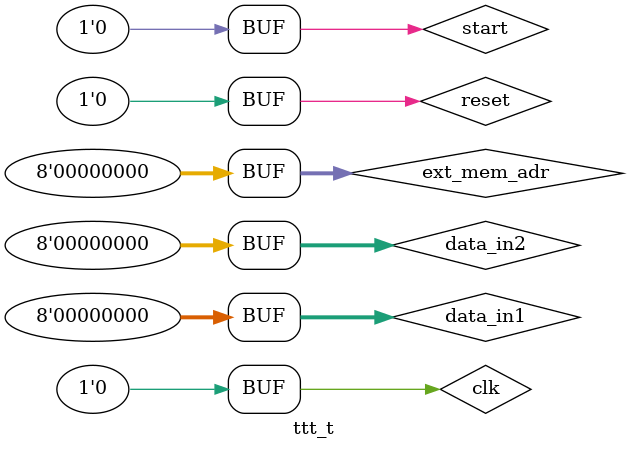
<source format=v>
`timescale 1ns / 1ps


module ttt_t;

	// Inputs
	reg [7:0] data_in1;
	reg [7:0] data_in2;
	reg [7:0] ext_mem_adr;
	reg clk;
	reg reset;
	reg start;

	// Outputs
	wire complete;
	wire [7:0] out1;
	wire [7:0] out2;
	wire [7:0] out3;
	wire [7:0] out4;
	wire [7:0] out5;
	wire [7:0] out6;
	wire [7:0] out7;
	wire [7:0] out8;
	wire [7:0] out9;

	// Instantiate the Unit Under Test (UUT)
	top_module_imp uut (
		.data_in1(data_in1), 
		.data_in2(data_in2), 
		.ext_mem_adr(ext_mem_adr), 
		.clk(clk), 
		.reset(reset), 
		.start(start), 
		.complete(complete), 
		.out1(out1), 
		.out2(out2), 
		.out3(out3), 
		.out4(out4), 
		.out5(out5), 
		.out6(out6), 
		.out7(out7), 
		.out8(out8), 
		.out9(out9)
	);

	initial begin
		// Initialize Inputs
		data_in1 = 0;
		data_in2 = 0;
		ext_mem_adr = 0;
		clk = 0;
		reset = 0;
		start = 0;

		// Wait 100 ns for global reset to finish
		#100;
        
		// Add stimulus here

	end
      
endmodule


</source>
